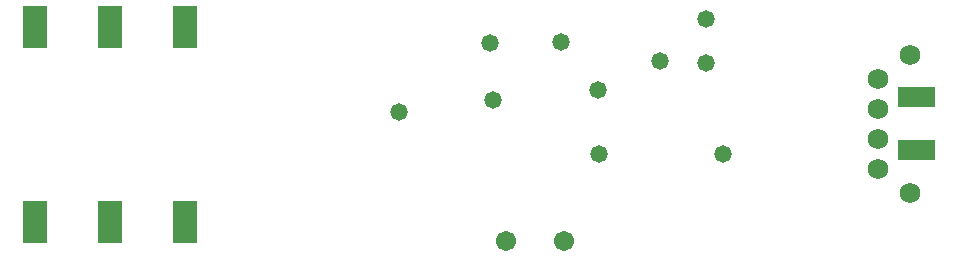
<source format=gbs>
G04*
G04 #@! TF.GenerationSoftware,Altium Limited,Altium Designer,23.3.1 (30)*
G04*
G04 Layer_Color=16711935*
%FSLAX44Y44*%
%MOMM*%
G71*
G04*
G04 #@! TF.SameCoordinates,75414D67-6E7D-4D71-9163-A58272906682*
G04*
G04*
G04 #@! TF.FilePolarity,Negative*
G04*
G01*
G75*
%ADD33R,2.1031X3.6220*%
%ADD36R,1.7027X1.7027*%
%ADD38C,1.4732*%
%ADD65C,1.7032*%
%ADD66C,1.7272*%
D33*
X199420Y211580D02*
D03*
X135920D02*
D03*
X72420D02*
D03*
X199420Y46480D02*
D03*
X135920D02*
D03*
X72420D02*
D03*
D36*
X825453Y107560D02*
D03*
Y152518D02*
D03*
X811466Y107560D02*
D03*
Y152518D02*
D03*
D38*
X549540Y104250D02*
D03*
X548750Y158500D02*
D03*
X640500Y219000D02*
D03*
Y181750D02*
D03*
X460000Y150000D02*
D03*
X380000Y140000D02*
D03*
X601010Y183490D02*
D03*
X517500Y199000D02*
D03*
X654750Y104500D02*
D03*
X457250Y198750D02*
D03*
D65*
X471330Y30960D02*
D03*
X520130D02*
D03*
D66*
X812990Y188254D02*
D03*
Y71254D02*
D03*
X785990Y91804D02*
D03*
Y117204D02*
D03*
Y142604D02*
D03*
Y168004D02*
D03*
M02*

</source>
